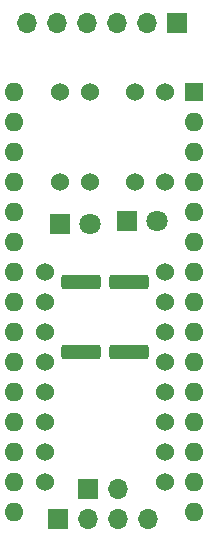
<source format=gbr>
%TF.GenerationSoftware,KiCad,Pcbnew,8.0.5*%
%TF.CreationDate,2024-10-10T01:08:20+09:00*%
%TF.ProjectId,BD,42442e6b-6963-4616-945f-706362585858,rev?*%
%TF.SameCoordinates,Original*%
%TF.FileFunction,Soldermask,Top*%
%TF.FilePolarity,Negative*%
%FSLAX46Y46*%
G04 Gerber Fmt 4.6, Leading zero omitted, Abs format (unit mm)*
G04 Created by KiCad (PCBNEW 8.0.5) date 2024-10-10 01:08:20*
%MOMM*%
%LPD*%
G01*
G04 APERTURE LIST*
G04 Aperture macros list*
%AMRoundRect*
0 Rectangle with rounded corners*
0 $1 Rounding radius*
0 $2 $3 $4 $5 $6 $7 $8 $9 X,Y pos of 4 corners*
0 Add a 4 corners polygon primitive as box body*
4,1,4,$2,$3,$4,$5,$6,$7,$8,$9,$2,$3,0*
0 Add four circle primitives for the rounded corners*
1,1,$1+$1,$2,$3*
1,1,$1+$1,$4,$5*
1,1,$1+$1,$6,$7*
1,1,$1+$1,$8,$9*
0 Add four rect primitives between the rounded corners*
20,1,$1+$1,$2,$3,$4,$5,0*
20,1,$1+$1,$4,$5,$6,$7,0*
20,1,$1+$1,$6,$7,$8,$9,0*
20,1,$1+$1,$8,$9,$2,$3,0*%
G04 Aperture macros list end*
%ADD10R,1.700000X1.700000*%
%ADD11O,1.700000X1.700000*%
%ADD12C,1.524000*%
%ADD13RoundRect,0.250000X1.425000X-0.362500X1.425000X0.362500X-1.425000X0.362500X-1.425000X-0.362500X0*%
%ADD14R,1.800000X1.800000*%
%ADD15C,1.800000*%
%ADD16O,1.600000X1.600000*%
%ADD17R,1.600000X1.600000*%
G04 APERTURE END LIST*
D10*
%TO.C,J2*%
X18425000Y-59665000D03*
D11*
X20965000Y-59665000D03*
X23505000Y-59665000D03*
X26045000Y-59665000D03*
%TD*%
D12*
%TO.C,SW1*%
X24892000Y-31115000D03*
X27432000Y-31115000D03*
X27432000Y-23495000D03*
X24892000Y-23495000D03*
%TD*%
D13*
%TO.C,R2*%
X24384000Y-45507500D03*
X24384000Y-39582500D03*
%TD*%
D12*
%TO.C,U1*%
X27432000Y-56515000D03*
X27432000Y-53975000D03*
X27432000Y-51435000D03*
X27432000Y-48895000D03*
X27432000Y-46355000D03*
X27432000Y-43815000D03*
X27432000Y-41275000D03*
X27432000Y-38735000D03*
X17272000Y-38735000D03*
X17272000Y-41275000D03*
X17272000Y-43815000D03*
X17272000Y-46355000D03*
X17272000Y-48895000D03*
X17272000Y-51435000D03*
X17272000Y-53975000D03*
X17272000Y-56515000D03*
%TD*%
D14*
%TO.C,D2*%
X18542000Y-34671000D03*
D15*
X21082000Y-34671000D03*
%TD*%
D12*
%TO.C,SW2*%
X21082000Y-31115000D03*
X18542000Y-31115000D03*
X21082000Y-23495000D03*
X18542000Y-23495000D03*
%TD*%
D10*
%TO.C,J3*%
X20955000Y-57150000D03*
D11*
X23495000Y-57150000D03*
%TD*%
D13*
%TO.C,R1*%
X20320000Y-45507500D03*
X20320000Y-39582500D03*
%TD*%
D14*
%TO.C,D1*%
X24257000Y-34417000D03*
D15*
X26797000Y-34417000D03*
%TD*%
D11*
%TO.C,J1*%
X15748000Y-17653000D03*
X18288000Y-17653000D03*
X20828000Y-17653000D03*
X23368000Y-17653000D03*
X25908000Y-17653000D03*
D10*
X28448000Y-17653000D03*
%TD*%
D16*
%TO.C,A1*%
X14722000Y-23495000D03*
X14722000Y-26035000D03*
X14722000Y-28575000D03*
X14722000Y-31115000D03*
X14722000Y-33655000D03*
X14722000Y-36195000D03*
X14722000Y-38735000D03*
X14722000Y-41275000D03*
X14722000Y-43815000D03*
X14722000Y-46355000D03*
X14722000Y-48895000D03*
X14722000Y-51435000D03*
X14722000Y-53975000D03*
X14722000Y-56515000D03*
X14722000Y-59055000D03*
X29962000Y-59055000D03*
X29962000Y-56515000D03*
X29962000Y-53975000D03*
X29962000Y-51435000D03*
X29962000Y-48895000D03*
X29962000Y-46355000D03*
X29962000Y-43815000D03*
X29962000Y-41275000D03*
X29962000Y-38735000D03*
X29962000Y-36195000D03*
X29962000Y-33655000D03*
X29962000Y-31115000D03*
X29962000Y-28575000D03*
X29962000Y-26035000D03*
D17*
X29962000Y-23495000D03*
%TD*%
M02*

</source>
